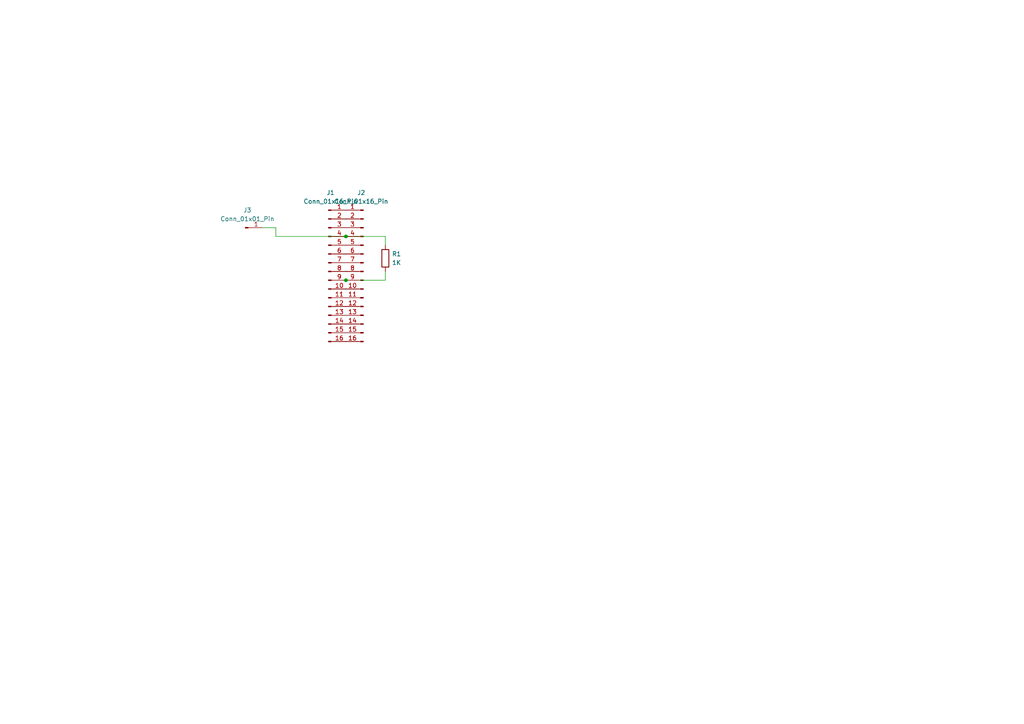
<source format=kicad_sch>
(kicad_sch (version 20230819) (generator eeschema)
  (paper "A4")
  (lib_symbols
    (symbol "Connector:Conn_01x01_Pin" (pin_names (offset 1.016) hide)
      (property "Reference" "J" (at 0 2.54 0))
      (property "Value" "Conn_01x01_Pin" (at 0 -2.54 0))
      (symbol "Conn_01x01_Pin_1_1"
        (polyline (pts (xy 1.27 0) (xy 0.8636 0)) (stroke (width 0.1524)))
        (rectangle (start 0.8636 0.127) (end 0 -0.127) (stroke (width 0.1524)) (fill (type outline)))
        (pin passive line (at 5.08 0 180) (length 3.81) (name "Pin_1") (number "1"))
      )
    )
    (symbol "Connector:Conn_01x16_Pin" (pin_names (offset 1.016) hide)
      (property "Reference" "J" (at 0 20.32 0))
      (property "Value" "Conn_01x16_Pin" (at 0 -22.86 0))
      (symbol "Conn_01x16_Pin_1_1"
        (polyline (pts (xy 1.27 -20.32) (xy 0.8636 -20.32)) (stroke (width 0.1524)))
        (polyline (pts (xy 1.27 -17.78) (xy 0.8636 -17.78)) (stroke (width 0.1524)))
        (polyline (pts (xy 1.27 -15.24) (xy 0.8636 -15.24)) (stroke (width 0.1524)))
        (polyline (pts (xy 1.27 -12.7) (xy 0.8636 -12.7)) (stroke (width 0.1524)))
        (polyline (pts (xy 1.27 -10.16) (xy 0.8636 -10.16)) (stroke (width 0.1524)))
        (polyline (pts (xy 1.27 -7.62) (xy 0.8636 -7.62)) (stroke (width 0.1524)))
        (polyline (pts (xy 1.27 -5.08) (xy 0.8636 -5.08)) (stroke (width 0.1524)))
        (polyline (pts (xy 1.27 -2.54) (xy 0.8636 -2.54)) (stroke (width 0.1524)))
        (polyline (pts (xy 1.27 0) (xy 0.8636 0)) (stroke (width 0.1524)))
        (polyline (pts (xy 1.27 2.54) (xy 0.8636 2.54)) (stroke (width 0.1524)))
        (polyline (pts (xy 1.27 5.08) (xy 0.8636 5.08)) (stroke (width 0.1524)))
        (polyline (pts (xy 1.27 7.62) (xy 0.8636 7.62)) (stroke (width 0.1524)))
        (polyline (pts (xy 1.27 10.16) (xy 0.8636 10.16)) (stroke (width 0.1524)))
        (polyline (pts (xy 1.27 12.7) (xy 0.8636 12.7)) (stroke (width 0.1524)))
        (polyline (pts (xy 1.27 15.24) (xy 0.8636 15.24)) (stroke (width 0.1524)))
        (polyline (pts (xy 1.27 17.78) (xy 0.8636 17.78)) (stroke (width 0.1524)))
        (rectangle (start 0.8636 -20.193) (end 0 -20.447) (stroke (width 0.1524)) (fill (type outline)))
        (rectangle (start 0.8636 -17.653) (end 0 -17.907) (stroke (width 0.1524)) (fill (type outline)))
        (rectangle (start 0.8636 -15.113) (end 0 -15.367) (stroke (width 0.1524)) (fill (type outline)))
        (rectangle (start 0.8636 -12.573) (end 0 -12.827) (stroke (width 0.1524)) (fill (type outline)))
        (rectangle (start 0.8636 -10.033) (end 0 -10.287) (stroke (width 0.1524)) (fill (type outline)))
        (rectangle (start 0.8636 -7.493) (end 0 -7.747) (stroke (width 0.1524)) (fill (type outline)))
        (rectangle (start 0.8636 -4.953) (end 0 -5.207) (stroke (width 0.1524)) (fill (type outline)))
        (rectangle (start 0.8636 -2.413) (end 0 -2.667) (stroke (width 0.1524)) (fill (type outline)))
        (rectangle (start 0.8636 0.127) (end 0 -0.127) (stroke (width 0.1524)) (fill (type outline)))
        (rectangle (start 0.8636 2.667) (end 0 2.413) (stroke (width 0.1524)) (fill (type outline)))
        (rectangle (start 0.8636 5.207) (end 0 4.953) (stroke (width 0.1524)) (fill (type outline)))
        (rectangle (start 0.8636 7.747) (end 0 7.493) (stroke (width 0.1524)) (fill (type outline)))
        (rectangle (start 0.8636 10.287) (end 0 10.033) (stroke (width 0.1524)) (fill (type outline)))
        (rectangle (start 0.8636 12.827) (end 0 12.573) (stroke (width 0.1524)) (fill (type outline)))
        (rectangle (start 0.8636 15.367) (end 0 15.113) (stroke (width 0.1524)) (fill (type outline)))
        (rectangle (start 0.8636 17.907) (end 0 17.653) (stroke (width 0.1524)) (fill (type outline)))
        (pin passive line (at 5.08 17.78 180) (length 3.81) (name "Pin_1") (number "1"))
        (pin passive line (at 5.08 -5.08 180) (length 3.81) (name "Pin_10") (number "10"))
        (pin passive line (at 5.08 -7.62 180) (length 3.81) (name "Pin_11") (number "11"))
        (pin passive line (at 5.08 -10.16 180) (length 3.81) (name "Pin_12") (number "12"))
        (pin passive line (at 5.08 -12.7 180) (length 3.81) (name "Pin_13") (number "13"))
        (pin passive line (at 5.08 -15.24 180) (length 3.81) (name "Pin_14") (number "14"))
        (pin passive line (at 5.08 -17.78 180) (length 3.81) (name "Pin_15") (number "15"))
        (pin passive line (at 5.08 -20.32 180) (length 3.81) (name "Pin_16") (number "16"))
        (pin passive line (at 5.08 15.24 180) (length 3.81) (name "Pin_2") (number "2"))
        (pin passive line (at 5.08 12.7 180) (length 3.81) (name "Pin_3") (number "3"))
        (pin passive line (at 5.08 10.16 180) (length 3.81) (name "Pin_4") (number "4"))
        (pin passive line (at 5.08 7.62 180) (length 3.81) (name "Pin_5") (number "5"))
        (pin passive line (at 5.08 5.08 180) (length 3.81) (name "Pin_6") (number "6"))
        (pin passive line (at 5.08 2.54 180) (length 3.81) (name "Pin_7") (number "7"))
        (pin passive line (at 5.08 0 180) (length 3.81) (name "Pin_8") (number "8"))
        (pin passive line (at 5.08 -2.54 180) (length 3.81) (name "Pin_9") (number "9"))
      )
    )
    (symbol "Device:R" (pin_numbers hide) (pin_names (offset 0))
      (property "Reference" "R" (at 2.032 0 90))
      (property "Value" "R" (at 0 0 90))
      (symbol "R_0_1"
        (rectangle (start -1.016 -2.54) (end 1.016 2.54) (stroke (width 0.254)))
      )
      (symbol "R_1_1"
        (pin passive line (at 0 3.81 270) (length 1.27) (name "~") (number "1"))
        (pin passive line (at 0 -3.81 90) (length 1.27) (name "~") (number "2"))
      )
    )
  )
  (junction (at 100.33 81.28))
  (junction (at 100.33 68.58))
  (wire (pts (xy 80.01 68.58) (xy 100.33 68.58)))
  (wire (pts (xy 76.2 66.04) (xy 80.01 66.04)))
  (wire (pts (xy 80.01 66.04) (xy 80.01 68.58)))
  (wire (pts (xy 111.76 81.28) (xy 100.33 81.28)))
  (wire (pts (xy 111.76 71.12) (xy 111.76 68.58)))
  (wire (pts (xy 111.76 78.74) (xy 111.76 81.28)))
  (wire (pts (xy 111.76 68.58) (xy 100.33 68.58)))
  (symbol (lib_id "Connector:Conn_01x01_Pin") (at 71.12 66.04 0) (unit 1)
    (property "Reference" "J3" (at 71.755 60.96 0))
    (property "Value" "Conn_01x01_Pin" (at 71.755 63.5 0))
    (property "Footprint" "TestPoint:TestPoint_Pad_4.0x4.0mm" (effects hide))
    (property "Description" "Generic connector, single row, 01x01, script generated" (effects hide))
  )
  (symbol (lib_id "Connector:Conn_01x16_Pin") (at 95.25 78.74 0) (unit 1)
    (property "Reference" "J1" (at 95.885 55.88 0))
    (property "Value" "Conn_01x16_Pin" (at 95.885 58.42 0))
    (property "Footprint" "LPC-Flex:LPC" (effects hide))
    (property "Description" "Generic connector, single row, 01x16, script generated" (effects hide))
  )
  (symbol (lib_id "Connector:Conn_01x16_Pin") (at 105.41 78.74 0) (mirror y) (unit 1)
    (property "Reference" "J2" (at 104.775 55.88 0))
    (property "Value" "Conn_01x16_Pin" (at 104.775 58.42 0))
    (property "Footprint" "LPC-Flex:Stellar" (effects hide))
    (property "Description" "Generic connector, single row, 01x16, script generated" (effects hide))
  )
  (symbol (lib_id "Device:R") (at 111.76 74.93 0) (unit 1)
    (property "Reference" "R1" (at 113.665 73.6599 0) (effects (justify left)))
    (property "Value" "1K" (at 113.665 76.1999 0) (effects (justify left)))
    (property "Footprint" "Resistor_SMD:R_0805_2012Metric" (effects hide))
    (property "Description" "Resistor" (effects hide))
  )
)
</source>
